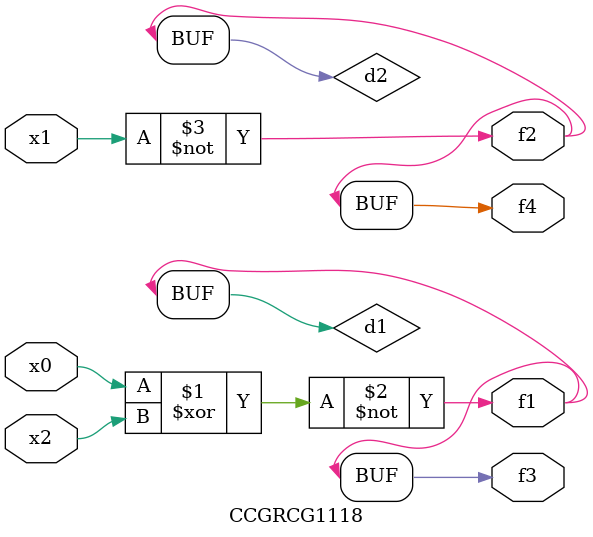
<source format=v>
module CCGRCG1118(
	input x0, x1, x2,
	output f1, f2, f3, f4
);

	wire d1, d2, d3;

	xnor (d1, x0, x2);
	nand (d2, x1);
	nor (d3, x1, x2);
	assign f1 = d1;
	assign f2 = d2;
	assign f3 = d1;
	assign f4 = d2;
endmodule

</source>
